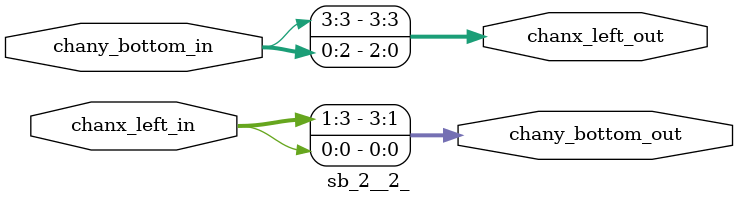
<source format=v>
`default_nettype none

module sb_2__2_(chany_bottom_in,
                chanx_left_in,
                chany_bottom_out,
                chanx_left_out);
//----- INPUT PORTS -----
input [0:3] chany_bottom_in;
//----- INPUT PORTS -----
input [0:3] chanx_left_in;
//----- OUTPUT PORTS -----
output [0:3] chany_bottom_out;
//----- OUTPUT PORTS -----
output [0:3] chanx_left_out;

//----- BEGIN wire-connection ports -----
//----- END wire-connection ports -----


//----- BEGIN Registered ports -----
//----- END Registered ports -----



// ----- BEGIN Local short connections -----
// ----- Local connection due to Wire 0 -----
// ----- Net source id 0 -----
// ----- Net sink id 0 -----
	assign chanx_left_out[1] = chany_bottom_in[0];
// ----- Local connection due to Wire 1 -----
// ----- Net source id 0 -----
// ----- Net sink id 0 -----
	assign chanx_left_out[2] = chany_bottom_in[1];
// ----- Local connection due to Wire 2 -----
// ----- Net source id 0 -----
// ----- Net sink id 0 -----
	assign chanx_left_out[3] = chany_bottom_in[2];
// ----- Local connection due to Wire 3 -----
// ----- Net source id 0 -----
// ----- Net sink id 0 -----
	assign chanx_left_out[0] = chany_bottom_in[3];
// ----- Local connection due to Wire 4 -----
// ----- Net source id 0 -----
// ----- Net sink id 0 -----
	assign chany_bottom_out[3] = chanx_left_in[0];
// ----- Local connection due to Wire 5 -----
// ----- Net source id 0 -----
// ----- Net sink id 0 -----
	assign chany_bottom_out[0] = chanx_left_in[1];
// ----- Local connection due to Wire 6 -----
// ----- Net source id 0 -----
// ----- Net sink id 0 -----
	assign chany_bottom_out[1] = chanx_left_in[2];
// ----- Local connection due to Wire 7 -----
// ----- Net source id 0 -----
// ----- Net sink id 0 -----
	assign chany_bottom_out[2] = chanx_left_in[3];
// ----- END Local short connections -----
// ----- BEGIN Local output short connections -----
// ----- END Local output short connections -----

endmodule
// ----- END Verilog module for sb_2__2_ -----

//----- Default net type -----
`default_nettype wire




</source>
